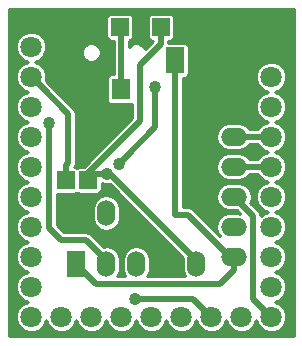
<source format=gbr>
G04 #@! TF.FileFunction,Copper,L2,Bot,Signal*
%FSLAX46Y46*%
G04 Gerber Fmt 4.6, Leading zero omitted, Abs format (unit mm)*
G04 Created by KiCad (PCBNEW 0.201512051503+6347~38~ubuntu14.04.1-stable) date Sun 13 Dec 2015 13:51:11 CET*
%MOMM*%
G01*
G04 APERTURE LIST*
%ADD10C,0.100000*%
%ADD11R,1.600200X1.803400*%
%ADD12R,1.524000X2.199640*%
%ADD13O,1.524000X2.199640*%
%ADD14R,2.199640X1.524000*%
%ADD15O,2.199640X1.524000*%
%ADD16R,1.501140X1.501140*%
%ADD17R,1.498600X1.498600*%
%ADD18C,1.800000*%
%ADD19C,1.035000*%
%ADD20C,0.508000*%
%ADD21C,0.254000*%
G04 APERTURE END LIST*
D10*
D11*
X146050000Y-96266000D03*
X143256000Y-96266000D03*
D12*
X142240000Y-106807000D03*
D13*
X144780000Y-106807000D03*
D14*
X155575000Y-97790000D03*
D15*
X155575000Y-100330000D03*
X155575000Y-102870000D03*
X155575000Y-105410000D03*
X155575000Y-107950000D03*
X155575000Y-110490000D03*
D16*
X143256000Y-104013000D03*
D12*
X150622000Y-93853000D03*
D13*
X153162000Y-93853000D03*
D12*
X142240000Y-111125000D03*
D13*
X144780000Y-111125000D03*
X147320000Y-111125000D03*
X149860000Y-111125000D03*
X152400000Y-111125000D03*
D16*
X141351000Y-104013000D03*
D17*
X145923000Y-91059000D03*
X149418040Y-91059000D03*
D18*
X138430000Y-92710000D03*
X138430000Y-95250000D03*
X138430000Y-97790000D03*
X138430000Y-100330000D03*
X138430000Y-102870000D03*
X138430000Y-105410000D03*
X138430000Y-107950000D03*
X138430000Y-110490000D03*
X138430000Y-113030000D03*
X138430000Y-115570000D03*
X140970000Y-115570000D03*
X143510000Y-115570000D03*
X146050000Y-115570000D03*
X148590000Y-115570000D03*
X151130000Y-115570000D03*
X153670000Y-115570000D03*
X156210000Y-115570000D03*
X158750000Y-113030000D03*
X158750000Y-110490000D03*
X158750000Y-107950000D03*
X158750000Y-105410000D03*
X158750000Y-102870000D03*
X158750000Y-100330000D03*
X158750000Y-97790000D03*
X158750000Y-95250000D03*
X158750000Y-115570000D03*
X158750000Y-92710000D03*
D19*
X145162596Y-98123505D03*
X143721268Y-100358908D03*
X141097000Y-93218000D03*
X144877773Y-103470781D03*
X139956179Y-99146636D03*
X147193000Y-114046000D03*
X145836146Y-102608765D03*
X148920002Y-96116302D03*
D20*
X155575000Y-100330000D02*
X158750000Y-100330000D01*
X155575000Y-102870000D02*
X158750000Y-102870000D01*
X155575000Y-105410000D02*
X157233800Y-107068800D01*
X157233800Y-107068800D02*
X157233800Y-114053800D01*
X157233800Y-114053800D02*
X158750000Y-115570000D01*
X143175075Y-96116476D02*
X143175075Y-94996974D01*
X143175075Y-94996974D02*
X141396101Y-93218000D01*
X141396101Y-93218000D02*
X141097000Y-93218000D01*
X150622000Y-93853000D02*
X150622000Y-106934000D01*
X150622000Y-106934000D02*
X151681180Y-106934000D01*
X151681180Y-106934000D02*
X155237180Y-110490000D01*
X155237180Y-110490000D02*
X155575000Y-110490000D01*
X155575000Y-111125100D02*
X155575000Y-111611702D01*
X155575000Y-111611702D02*
X154421802Y-112764900D01*
X154421802Y-112764900D02*
X143879900Y-112764900D01*
X143879900Y-112764900D02*
X142240000Y-111125000D01*
X155575000Y-110490000D02*
X155575000Y-111125100D01*
X149418040Y-91059000D02*
X149418040Y-92446757D01*
X143256000Y-103383500D02*
X143343281Y-103470781D01*
X147629264Y-94235533D02*
X147629264Y-99010236D01*
X144145918Y-103470781D02*
X144877773Y-103470781D01*
X152400000Y-111125000D02*
X152400000Y-110787180D01*
X149418040Y-92446757D02*
X147629264Y-94235533D01*
X145083601Y-103470781D02*
X144877773Y-103470781D01*
X152400000Y-110787180D02*
X145083601Y-103470781D01*
X143343281Y-103470781D02*
X144145918Y-103470781D01*
X147629264Y-99010236D02*
X143256000Y-103383500D01*
X143256000Y-104013000D02*
X143256000Y-103383500D01*
X143029663Y-109036843D02*
X140913843Y-109036843D01*
X144780000Y-110787180D02*
X143029663Y-109036843D01*
X140913843Y-109036843D02*
X139956179Y-108079179D01*
X144780000Y-111125000D02*
X144780000Y-110787180D01*
X139956179Y-108079179D02*
X139956179Y-99878491D01*
X139956179Y-99878491D02*
X139956179Y-99146636D01*
X147193000Y-114046000D02*
X152146000Y-114046000D01*
X152146000Y-114046000D02*
X153670000Y-115570000D01*
X146353645Y-102091266D02*
X145836146Y-102608765D01*
X148920002Y-96116302D02*
X148920002Y-99524909D01*
X148920002Y-99524909D02*
X146353645Y-102091266D01*
X141351000Y-104013000D02*
X141351000Y-102754430D01*
X141351000Y-102754430D02*
X141560813Y-102544617D01*
X141560813Y-98380813D02*
X139329999Y-96149999D01*
X139329999Y-96149999D02*
X138430000Y-95250000D01*
X141560813Y-102544617D02*
X141560813Y-98380813D01*
X146050000Y-96266000D02*
X146050000Y-91186000D01*
X146050000Y-91186000D02*
X145923000Y-91059000D01*
D21*
G36*
X160655000Y-117221000D02*
X136525000Y-117221000D01*
X136525000Y-92963689D01*
X137148778Y-92963689D01*
X137343388Y-93434680D01*
X137703425Y-93795345D01*
X138148636Y-93980213D01*
X137705320Y-94163388D01*
X137344655Y-94523425D01*
X137149223Y-94994076D01*
X137148778Y-95503689D01*
X137343388Y-95974680D01*
X137703425Y-96335345D01*
X138148636Y-96520213D01*
X137705320Y-96703388D01*
X137344655Y-97063425D01*
X137149223Y-97534076D01*
X137148778Y-98043689D01*
X137343388Y-98514680D01*
X137703425Y-98875345D01*
X138148636Y-99060213D01*
X137705320Y-99243388D01*
X137344655Y-99603425D01*
X137149223Y-100074076D01*
X137148778Y-100583689D01*
X137343388Y-101054680D01*
X137703425Y-101415345D01*
X138148636Y-101600213D01*
X137705320Y-101783388D01*
X137344655Y-102143425D01*
X137149223Y-102614076D01*
X137148778Y-103123689D01*
X137343388Y-103594680D01*
X137703425Y-103955345D01*
X138148636Y-104140213D01*
X137705320Y-104323388D01*
X137344655Y-104683425D01*
X137149223Y-105154076D01*
X137148778Y-105663689D01*
X137343388Y-106134680D01*
X137703425Y-106495345D01*
X138148636Y-106680213D01*
X137705320Y-106863388D01*
X137344655Y-107223425D01*
X137149223Y-107694076D01*
X137148778Y-108203689D01*
X137343388Y-108674680D01*
X137703425Y-109035345D01*
X138148636Y-109220213D01*
X137705320Y-109403388D01*
X137344655Y-109763425D01*
X137149223Y-110234076D01*
X137148778Y-110743689D01*
X137343388Y-111214680D01*
X137703425Y-111575345D01*
X138148636Y-111760213D01*
X137705320Y-111943388D01*
X137344655Y-112303425D01*
X137149223Y-112774076D01*
X137148778Y-113283689D01*
X137343388Y-113754680D01*
X137703425Y-114115345D01*
X138148636Y-114300213D01*
X137705320Y-114483388D01*
X137344655Y-114843425D01*
X137149223Y-115314076D01*
X137148778Y-115823689D01*
X137343388Y-116294680D01*
X137703425Y-116655345D01*
X138174076Y-116850777D01*
X138683689Y-116851222D01*
X139154680Y-116656612D01*
X139515345Y-116296575D01*
X139700213Y-115851364D01*
X139883388Y-116294680D01*
X140243425Y-116655345D01*
X140714076Y-116850777D01*
X141223689Y-116851222D01*
X141694680Y-116656612D01*
X142055345Y-116296575D01*
X142240213Y-115851364D01*
X142423388Y-116294680D01*
X142783425Y-116655345D01*
X143254076Y-116850777D01*
X143763689Y-116851222D01*
X144234680Y-116656612D01*
X144595345Y-116296575D01*
X144780213Y-115851364D01*
X144963388Y-116294680D01*
X145323425Y-116655345D01*
X145794076Y-116850777D01*
X146303689Y-116851222D01*
X146774680Y-116656612D01*
X147135345Y-116296575D01*
X147320213Y-115851364D01*
X147503388Y-116294680D01*
X147863425Y-116655345D01*
X148334076Y-116850777D01*
X148843689Y-116851222D01*
X149314680Y-116656612D01*
X149675345Y-116296575D01*
X149860213Y-115851364D01*
X150043388Y-116294680D01*
X150403425Y-116655345D01*
X150874076Y-116850777D01*
X151383689Y-116851222D01*
X151854680Y-116656612D01*
X152215345Y-116296575D01*
X152400213Y-115851364D01*
X152583388Y-116294680D01*
X152943425Y-116655345D01*
X153414076Y-116850777D01*
X153923689Y-116851222D01*
X154394680Y-116656612D01*
X154755345Y-116296575D01*
X154940213Y-115851364D01*
X155123388Y-116294680D01*
X155483425Y-116655345D01*
X155954076Y-116850777D01*
X156463689Y-116851222D01*
X156934680Y-116656612D01*
X157295345Y-116296575D01*
X157480213Y-115851364D01*
X157663388Y-116294680D01*
X158023425Y-116655345D01*
X158494076Y-116850777D01*
X159003689Y-116851222D01*
X159474680Y-116656612D01*
X159835345Y-116296575D01*
X160030777Y-115825924D01*
X160031222Y-115316311D01*
X159836612Y-114845320D01*
X159476575Y-114484655D01*
X159031364Y-114299787D01*
X159474680Y-114116612D01*
X159835345Y-113756575D01*
X160030777Y-113285924D01*
X160031222Y-112776311D01*
X159836612Y-112305320D01*
X159476575Y-111944655D01*
X159031364Y-111759787D01*
X159474680Y-111576612D01*
X159835345Y-111216575D01*
X160030777Y-110745924D01*
X160031222Y-110236311D01*
X159836612Y-109765320D01*
X159476575Y-109404655D01*
X159031364Y-109219787D01*
X159474680Y-109036612D01*
X159835345Y-108676575D01*
X160030777Y-108205924D01*
X160031222Y-107696311D01*
X159836612Y-107225320D01*
X159476575Y-106864655D01*
X159031364Y-106679787D01*
X159474680Y-106496612D01*
X159835345Y-106136575D01*
X160030777Y-105665924D01*
X160031222Y-105156311D01*
X159836612Y-104685320D01*
X159476575Y-104324655D01*
X159031364Y-104139787D01*
X159474680Y-103956612D01*
X159835345Y-103596575D01*
X160030777Y-103125924D01*
X160031222Y-102616311D01*
X159836612Y-102145320D01*
X159476575Y-101784655D01*
X159031364Y-101599787D01*
X159474680Y-101416612D01*
X159835345Y-101056575D01*
X160030777Y-100585924D01*
X160031222Y-100076311D01*
X159836612Y-99605320D01*
X159476575Y-99244655D01*
X159031364Y-99059787D01*
X159474680Y-98876612D01*
X159835345Y-98516575D01*
X160030777Y-98045924D01*
X160031222Y-97536311D01*
X159836612Y-97065320D01*
X159476575Y-96704655D01*
X159031364Y-96519787D01*
X159474680Y-96336612D01*
X159835345Y-95976575D01*
X160030777Y-95505924D01*
X160031222Y-94996311D01*
X159836612Y-94525320D01*
X159476575Y-94164655D01*
X159005924Y-93969223D01*
X158496311Y-93968778D01*
X158025320Y-94163388D01*
X157664655Y-94523425D01*
X157469223Y-94994076D01*
X157468778Y-95503689D01*
X157663388Y-95974680D01*
X158023425Y-96335345D01*
X158468636Y-96520213D01*
X158025320Y-96703388D01*
X157664655Y-97063425D01*
X157469223Y-97534076D01*
X157468778Y-98043689D01*
X157663388Y-98514680D01*
X158023425Y-98875345D01*
X158468636Y-99060213D01*
X158025320Y-99243388D01*
X157664655Y-99603425D01*
X157626630Y-99695000D01*
X156865798Y-99695000D01*
X156750054Y-99521777D01*
X156379238Y-99274006D01*
X155941831Y-99187000D01*
X155208169Y-99187000D01*
X154770762Y-99274006D01*
X154399946Y-99521777D01*
X154152175Y-99892593D01*
X154065169Y-100330000D01*
X154152175Y-100767407D01*
X154399946Y-101138223D01*
X154770762Y-101385994D01*
X155208169Y-101473000D01*
X155941831Y-101473000D01*
X156379238Y-101385994D01*
X156750054Y-101138223D01*
X156865798Y-100965000D01*
X157626333Y-100965000D01*
X157663388Y-101054680D01*
X158023425Y-101415345D01*
X158468636Y-101600213D01*
X158025320Y-101783388D01*
X157664655Y-102143425D01*
X157626630Y-102235000D01*
X156865798Y-102235000D01*
X156750054Y-102061777D01*
X156379238Y-101814006D01*
X155941831Y-101727000D01*
X155208169Y-101727000D01*
X154770762Y-101814006D01*
X154399946Y-102061777D01*
X154152175Y-102432593D01*
X154065169Y-102870000D01*
X154152175Y-103307407D01*
X154399946Y-103678223D01*
X154770762Y-103925994D01*
X155208169Y-104013000D01*
X155941831Y-104013000D01*
X156379238Y-103925994D01*
X156750054Y-103678223D01*
X156865798Y-103505000D01*
X157626333Y-103505000D01*
X157663388Y-103594680D01*
X158023425Y-103955345D01*
X158468636Y-104140213D01*
X158025320Y-104323388D01*
X157664655Y-104683425D01*
X157469223Y-105154076D01*
X157468778Y-105663689D01*
X157663388Y-106134680D01*
X158023425Y-106495345D01*
X158468636Y-106680213D01*
X158025320Y-106863388D01*
X157860641Y-107027780D01*
X157834032Y-106894006D01*
X157820464Y-106825795D01*
X157715845Y-106669223D01*
X157682813Y-106619787D01*
X157682810Y-106619785D01*
X156962820Y-105899795D01*
X156997825Y-105847407D01*
X157084831Y-105410000D01*
X156997825Y-104972593D01*
X156750054Y-104601777D01*
X156379238Y-104354006D01*
X155941831Y-104267000D01*
X155208169Y-104267000D01*
X154770762Y-104354006D01*
X154399946Y-104601777D01*
X154152175Y-104972593D01*
X154065169Y-105410000D01*
X154152175Y-105847407D01*
X154399946Y-106218223D01*
X154770762Y-106465994D01*
X155208169Y-106553000D01*
X155819974Y-106553000D01*
X156106786Y-106839812D01*
X155941831Y-106807000D01*
X155208169Y-106807000D01*
X154770762Y-106894006D01*
X154399946Y-107141777D01*
X154152175Y-107512593D01*
X154065169Y-107950000D01*
X154152175Y-108387407D01*
X154392932Y-108747726D01*
X152130193Y-106484987D01*
X151924184Y-106347336D01*
X151681180Y-106299000D01*
X151257000Y-106299000D01*
X151257000Y-95341284D01*
X151384000Y-95341284D01*
X151525190Y-95314717D01*
X151654865Y-95231274D01*
X151741859Y-95103954D01*
X151772464Y-94952820D01*
X151772464Y-92753180D01*
X151745897Y-92611990D01*
X151662454Y-92482315D01*
X151535134Y-92395321D01*
X151384000Y-92364716D01*
X150053040Y-92364716D01*
X150053040Y-92196764D01*
X150167340Y-92196764D01*
X150308530Y-92170197D01*
X150438205Y-92086754D01*
X150525199Y-91959434D01*
X150555804Y-91808300D01*
X150555804Y-90309700D01*
X150529237Y-90168510D01*
X150445794Y-90038835D01*
X150318474Y-89951841D01*
X150167340Y-89921236D01*
X148668740Y-89921236D01*
X148527550Y-89947803D01*
X148397875Y-90031246D01*
X148310881Y-90158566D01*
X148280276Y-90309700D01*
X148280276Y-91808300D01*
X148306843Y-91949490D01*
X148390286Y-92079165D01*
X148517606Y-92166159D01*
X148668740Y-92196764D01*
X148770007Y-92196764D01*
X148041775Y-92924996D01*
X147976371Y-92766707D01*
X147757207Y-92547160D01*
X147470708Y-92428195D01*
X147160493Y-92427925D01*
X146873787Y-92546389D01*
X146685000Y-92734847D01*
X146685000Y-92194374D01*
X146813490Y-92170197D01*
X146943165Y-92086754D01*
X147030159Y-91959434D01*
X147060764Y-91808300D01*
X147060764Y-90309700D01*
X147034197Y-90168510D01*
X146950754Y-90038835D01*
X146823434Y-89951841D01*
X146672300Y-89921236D01*
X145173700Y-89921236D01*
X145032510Y-89947803D01*
X144902835Y-90031246D01*
X144815841Y-90158566D01*
X144785236Y-90309700D01*
X144785236Y-91808300D01*
X144811803Y-91949490D01*
X144895246Y-92079165D01*
X145022566Y-92166159D01*
X145173700Y-92196764D01*
X145415000Y-92196764D01*
X145415000Y-94975836D01*
X145249900Y-94975836D01*
X145108710Y-95002403D01*
X144979035Y-95085846D01*
X144892041Y-95213166D01*
X144861436Y-95364300D01*
X144861436Y-97167700D01*
X144888003Y-97308890D01*
X144971446Y-97438565D01*
X145098766Y-97525559D01*
X145249900Y-97556164D01*
X146850100Y-97556164D01*
X146991290Y-97529597D01*
X146994264Y-97527683D01*
X146994264Y-98747210D01*
X142867508Y-102873966D01*
X142505430Y-102873966D01*
X142364240Y-102900533D01*
X142303756Y-102939453D01*
X142252704Y-102904571D01*
X142101570Y-102873966D01*
X142089783Y-102873966D01*
X142147477Y-102787622D01*
X142195813Y-102544617D01*
X142195813Y-98380813D01*
X142147477Y-98137809D01*
X142147477Y-98137808D01*
X142009826Y-97931800D01*
X139673565Y-95595539D01*
X139710777Y-95505924D01*
X139711222Y-94996311D01*
X139516612Y-94525320D01*
X139156575Y-94164655D01*
X138711364Y-93979787D01*
X139154680Y-93796612D01*
X139515345Y-93436575D01*
X139547255Y-93359727D01*
X142737705Y-93359727D01*
X142856169Y-93646433D01*
X143075333Y-93865980D01*
X143361832Y-93984945D01*
X143672047Y-93985215D01*
X143958753Y-93866751D01*
X144178300Y-93647587D01*
X144297265Y-93361088D01*
X144297535Y-93050873D01*
X144179071Y-92764167D01*
X143959907Y-92544620D01*
X143673408Y-92425655D01*
X143363193Y-92425385D01*
X143076487Y-92543849D01*
X142856940Y-92763013D01*
X142737975Y-93049512D01*
X142737705Y-93359727D01*
X139547255Y-93359727D01*
X139710777Y-92965924D01*
X139711222Y-92456311D01*
X139516612Y-91985320D01*
X139156575Y-91624655D01*
X138685924Y-91429223D01*
X138176311Y-91428778D01*
X137705320Y-91623388D01*
X137344655Y-91983425D01*
X137149223Y-92454076D01*
X137148778Y-92963689D01*
X136525000Y-92963689D01*
X136525000Y-89535000D01*
X160655000Y-89535000D01*
X160655000Y-117221000D01*
X160655000Y-117221000D01*
G37*
X160655000Y-117221000D02*
X136525000Y-117221000D01*
X136525000Y-92963689D01*
X137148778Y-92963689D01*
X137343388Y-93434680D01*
X137703425Y-93795345D01*
X138148636Y-93980213D01*
X137705320Y-94163388D01*
X137344655Y-94523425D01*
X137149223Y-94994076D01*
X137148778Y-95503689D01*
X137343388Y-95974680D01*
X137703425Y-96335345D01*
X138148636Y-96520213D01*
X137705320Y-96703388D01*
X137344655Y-97063425D01*
X137149223Y-97534076D01*
X137148778Y-98043689D01*
X137343388Y-98514680D01*
X137703425Y-98875345D01*
X138148636Y-99060213D01*
X137705320Y-99243388D01*
X137344655Y-99603425D01*
X137149223Y-100074076D01*
X137148778Y-100583689D01*
X137343388Y-101054680D01*
X137703425Y-101415345D01*
X138148636Y-101600213D01*
X137705320Y-101783388D01*
X137344655Y-102143425D01*
X137149223Y-102614076D01*
X137148778Y-103123689D01*
X137343388Y-103594680D01*
X137703425Y-103955345D01*
X138148636Y-104140213D01*
X137705320Y-104323388D01*
X137344655Y-104683425D01*
X137149223Y-105154076D01*
X137148778Y-105663689D01*
X137343388Y-106134680D01*
X137703425Y-106495345D01*
X138148636Y-106680213D01*
X137705320Y-106863388D01*
X137344655Y-107223425D01*
X137149223Y-107694076D01*
X137148778Y-108203689D01*
X137343388Y-108674680D01*
X137703425Y-109035345D01*
X138148636Y-109220213D01*
X137705320Y-109403388D01*
X137344655Y-109763425D01*
X137149223Y-110234076D01*
X137148778Y-110743689D01*
X137343388Y-111214680D01*
X137703425Y-111575345D01*
X138148636Y-111760213D01*
X137705320Y-111943388D01*
X137344655Y-112303425D01*
X137149223Y-112774076D01*
X137148778Y-113283689D01*
X137343388Y-113754680D01*
X137703425Y-114115345D01*
X138148636Y-114300213D01*
X137705320Y-114483388D01*
X137344655Y-114843425D01*
X137149223Y-115314076D01*
X137148778Y-115823689D01*
X137343388Y-116294680D01*
X137703425Y-116655345D01*
X138174076Y-116850777D01*
X138683689Y-116851222D01*
X139154680Y-116656612D01*
X139515345Y-116296575D01*
X139700213Y-115851364D01*
X139883388Y-116294680D01*
X140243425Y-116655345D01*
X140714076Y-116850777D01*
X141223689Y-116851222D01*
X141694680Y-116656612D01*
X142055345Y-116296575D01*
X142240213Y-115851364D01*
X142423388Y-116294680D01*
X142783425Y-116655345D01*
X143254076Y-116850777D01*
X143763689Y-116851222D01*
X144234680Y-116656612D01*
X144595345Y-116296575D01*
X144780213Y-115851364D01*
X144963388Y-116294680D01*
X145323425Y-116655345D01*
X145794076Y-116850777D01*
X146303689Y-116851222D01*
X146774680Y-116656612D01*
X147135345Y-116296575D01*
X147320213Y-115851364D01*
X147503388Y-116294680D01*
X147863425Y-116655345D01*
X148334076Y-116850777D01*
X148843689Y-116851222D01*
X149314680Y-116656612D01*
X149675345Y-116296575D01*
X149860213Y-115851364D01*
X150043388Y-116294680D01*
X150403425Y-116655345D01*
X150874076Y-116850777D01*
X151383689Y-116851222D01*
X151854680Y-116656612D01*
X152215345Y-116296575D01*
X152400213Y-115851364D01*
X152583388Y-116294680D01*
X152943425Y-116655345D01*
X153414076Y-116850777D01*
X153923689Y-116851222D01*
X154394680Y-116656612D01*
X154755345Y-116296575D01*
X154940213Y-115851364D01*
X155123388Y-116294680D01*
X155483425Y-116655345D01*
X155954076Y-116850777D01*
X156463689Y-116851222D01*
X156934680Y-116656612D01*
X157295345Y-116296575D01*
X157480213Y-115851364D01*
X157663388Y-116294680D01*
X158023425Y-116655345D01*
X158494076Y-116850777D01*
X159003689Y-116851222D01*
X159474680Y-116656612D01*
X159835345Y-116296575D01*
X160030777Y-115825924D01*
X160031222Y-115316311D01*
X159836612Y-114845320D01*
X159476575Y-114484655D01*
X159031364Y-114299787D01*
X159474680Y-114116612D01*
X159835345Y-113756575D01*
X160030777Y-113285924D01*
X160031222Y-112776311D01*
X159836612Y-112305320D01*
X159476575Y-111944655D01*
X159031364Y-111759787D01*
X159474680Y-111576612D01*
X159835345Y-111216575D01*
X160030777Y-110745924D01*
X160031222Y-110236311D01*
X159836612Y-109765320D01*
X159476575Y-109404655D01*
X159031364Y-109219787D01*
X159474680Y-109036612D01*
X159835345Y-108676575D01*
X160030777Y-108205924D01*
X160031222Y-107696311D01*
X159836612Y-107225320D01*
X159476575Y-106864655D01*
X159031364Y-106679787D01*
X159474680Y-106496612D01*
X159835345Y-106136575D01*
X160030777Y-105665924D01*
X160031222Y-105156311D01*
X159836612Y-104685320D01*
X159476575Y-104324655D01*
X159031364Y-104139787D01*
X159474680Y-103956612D01*
X159835345Y-103596575D01*
X160030777Y-103125924D01*
X160031222Y-102616311D01*
X159836612Y-102145320D01*
X159476575Y-101784655D01*
X159031364Y-101599787D01*
X159474680Y-101416612D01*
X159835345Y-101056575D01*
X160030777Y-100585924D01*
X160031222Y-100076311D01*
X159836612Y-99605320D01*
X159476575Y-99244655D01*
X159031364Y-99059787D01*
X159474680Y-98876612D01*
X159835345Y-98516575D01*
X160030777Y-98045924D01*
X160031222Y-97536311D01*
X159836612Y-97065320D01*
X159476575Y-96704655D01*
X159031364Y-96519787D01*
X159474680Y-96336612D01*
X159835345Y-95976575D01*
X160030777Y-95505924D01*
X160031222Y-94996311D01*
X159836612Y-94525320D01*
X159476575Y-94164655D01*
X159005924Y-93969223D01*
X158496311Y-93968778D01*
X158025320Y-94163388D01*
X157664655Y-94523425D01*
X157469223Y-94994076D01*
X157468778Y-95503689D01*
X157663388Y-95974680D01*
X158023425Y-96335345D01*
X158468636Y-96520213D01*
X158025320Y-96703388D01*
X157664655Y-97063425D01*
X157469223Y-97534076D01*
X157468778Y-98043689D01*
X157663388Y-98514680D01*
X158023425Y-98875345D01*
X158468636Y-99060213D01*
X158025320Y-99243388D01*
X157664655Y-99603425D01*
X157626630Y-99695000D01*
X156865798Y-99695000D01*
X156750054Y-99521777D01*
X156379238Y-99274006D01*
X155941831Y-99187000D01*
X155208169Y-99187000D01*
X154770762Y-99274006D01*
X154399946Y-99521777D01*
X154152175Y-99892593D01*
X154065169Y-100330000D01*
X154152175Y-100767407D01*
X154399946Y-101138223D01*
X154770762Y-101385994D01*
X155208169Y-101473000D01*
X155941831Y-101473000D01*
X156379238Y-101385994D01*
X156750054Y-101138223D01*
X156865798Y-100965000D01*
X157626333Y-100965000D01*
X157663388Y-101054680D01*
X158023425Y-101415345D01*
X158468636Y-101600213D01*
X158025320Y-101783388D01*
X157664655Y-102143425D01*
X157626630Y-102235000D01*
X156865798Y-102235000D01*
X156750054Y-102061777D01*
X156379238Y-101814006D01*
X155941831Y-101727000D01*
X155208169Y-101727000D01*
X154770762Y-101814006D01*
X154399946Y-102061777D01*
X154152175Y-102432593D01*
X154065169Y-102870000D01*
X154152175Y-103307407D01*
X154399946Y-103678223D01*
X154770762Y-103925994D01*
X155208169Y-104013000D01*
X155941831Y-104013000D01*
X156379238Y-103925994D01*
X156750054Y-103678223D01*
X156865798Y-103505000D01*
X157626333Y-103505000D01*
X157663388Y-103594680D01*
X158023425Y-103955345D01*
X158468636Y-104140213D01*
X158025320Y-104323388D01*
X157664655Y-104683425D01*
X157469223Y-105154076D01*
X157468778Y-105663689D01*
X157663388Y-106134680D01*
X158023425Y-106495345D01*
X158468636Y-106680213D01*
X158025320Y-106863388D01*
X157860641Y-107027780D01*
X157834032Y-106894006D01*
X157820464Y-106825795D01*
X157715845Y-106669223D01*
X157682813Y-106619787D01*
X157682810Y-106619785D01*
X156962820Y-105899795D01*
X156997825Y-105847407D01*
X157084831Y-105410000D01*
X156997825Y-104972593D01*
X156750054Y-104601777D01*
X156379238Y-104354006D01*
X155941831Y-104267000D01*
X155208169Y-104267000D01*
X154770762Y-104354006D01*
X154399946Y-104601777D01*
X154152175Y-104972593D01*
X154065169Y-105410000D01*
X154152175Y-105847407D01*
X154399946Y-106218223D01*
X154770762Y-106465994D01*
X155208169Y-106553000D01*
X155819974Y-106553000D01*
X156106786Y-106839812D01*
X155941831Y-106807000D01*
X155208169Y-106807000D01*
X154770762Y-106894006D01*
X154399946Y-107141777D01*
X154152175Y-107512593D01*
X154065169Y-107950000D01*
X154152175Y-108387407D01*
X154392932Y-108747726D01*
X152130193Y-106484987D01*
X151924184Y-106347336D01*
X151681180Y-106299000D01*
X151257000Y-106299000D01*
X151257000Y-95341284D01*
X151384000Y-95341284D01*
X151525190Y-95314717D01*
X151654865Y-95231274D01*
X151741859Y-95103954D01*
X151772464Y-94952820D01*
X151772464Y-92753180D01*
X151745897Y-92611990D01*
X151662454Y-92482315D01*
X151535134Y-92395321D01*
X151384000Y-92364716D01*
X150053040Y-92364716D01*
X150053040Y-92196764D01*
X150167340Y-92196764D01*
X150308530Y-92170197D01*
X150438205Y-92086754D01*
X150525199Y-91959434D01*
X150555804Y-91808300D01*
X150555804Y-90309700D01*
X150529237Y-90168510D01*
X150445794Y-90038835D01*
X150318474Y-89951841D01*
X150167340Y-89921236D01*
X148668740Y-89921236D01*
X148527550Y-89947803D01*
X148397875Y-90031246D01*
X148310881Y-90158566D01*
X148280276Y-90309700D01*
X148280276Y-91808300D01*
X148306843Y-91949490D01*
X148390286Y-92079165D01*
X148517606Y-92166159D01*
X148668740Y-92196764D01*
X148770007Y-92196764D01*
X148041775Y-92924996D01*
X147976371Y-92766707D01*
X147757207Y-92547160D01*
X147470708Y-92428195D01*
X147160493Y-92427925D01*
X146873787Y-92546389D01*
X146685000Y-92734847D01*
X146685000Y-92194374D01*
X146813490Y-92170197D01*
X146943165Y-92086754D01*
X147030159Y-91959434D01*
X147060764Y-91808300D01*
X147060764Y-90309700D01*
X147034197Y-90168510D01*
X146950754Y-90038835D01*
X146823434Y-89951841D01*
X146672300Y-89921236D01*
X145173700Y-89921236D01*
X145032510Y-89947803D01*
X144902835Y-90031246D01*
X144815841Y-90158566D01*
X144785236Y-90309700D01*
X144785236Y-91808300D01*
X144811803Y-91949490D01*
X144895246Y-92079165D01*
X145022566Y-92166159D01*
X145173700Y-92196764D01*
X145415000Y-92196764D01*
X145415000Y-94975836D01*
X145249900Y-94975836D01*
X145108710Y-95002403D01*
X144979035Y-95085846D01*
X144892041Y-95213166D01*
X144861436Y-95364300D01*
X144861436Y-97167700D01*
X144888003Y-97308890D01*
X144971446Y-97438565D01*
X145098766Y-97525559D01*
X145249900Y-97556164D01*
X146850100Y-97556164D01*
X146991290Y-97529597D01*
X146994264Y-97527683D01*
X146994264Y-98747210D01*
X142867508Y-102873966D01*
X142505430Y-102873966D01*
X142364240Y-102900533D01*
X142303756Y-102939453D01*
X142252704Y-102904571D01*
X142101570Y-102873966D01*
X142089783Y-102873966D01*
X142147477Y-102787622D01*
X142195813Y-102544617D01*
X142195813Y-98380813D01*
X142147477Y-98137809D01*
X142147477Y-98137808D01*
X142009826Y-97931800D01*
X139673565Y-95595539D01*
X139710777Y-95505924D01*
X139711222Y-94996311D01*
X139516612Y-94525320D01*
X139156575Y-94164655D01*
X138711364Y-93979787D01*
X139154680Y-93796612D01*
X139515345Y-93436575D01*
X139547255Y-93359727D01*
X142737705Y-93359727D01*
X142856169Y-93646433D01*
X143075333Y-93865980D01*
X143361832Y-93984945D01*
X143672047Y-93985215D01*
X143958753Y-93866751D01*
X144178300Y-93647587D01*
X144297265Y-93361088D01*
X144297535Y-93050873D01*
X144179071Y-92764167D01*
X143959907Y-92544620D01*
X143673408Y-92425655D01*
X143363193Y-92425385D01*
X143076487Y-92543849D01*
X142856940Y-92763013D01*
X142737975Y-93049512D01*
X142737705Y-93359727D01*
X139547255Y-93359727D01*
X139710777Y-92965924D01*
X139711222Y-92456311D01*
X139516612Y-91985320D01*
X139156575Y-91624655D01*
X138685924Y-91429223D01*
X138176311Y-91428778D01*
X137705320Y-91623388D01*
X137344655Y-91983425D01*
X137149223Y-92454076D01*
X137148778Y-92963689D01*
X136525000Y-92963689D01*
X136525000Y-89535000D01*
X160655000Y-89535000D01*
X160655000Y-117221000D01*
G36*
X144698266Y-104369125D02*
X145055712Y-104369437D01*
X145075893Y-104361099D01*
X151292831Y-110578037D01*
X151257000Y-110758169D01*
X151257000Y-111491831D01*
X151344006Y-111929238D01*
X151478084Y-112129900D01*
X148241916Y-112129900D01*
X148375994Y-111929238D01*
X148463000Y-111491831D01*
X148463000Y-110758169D01*
X148375994Y-110320762D01*
X148128223Y-109949946D01*
X147757407Y-109702175D01*
X147320000Y-109615169D01*
X146882593Y-109702175D01*
X146511777Y-109949946D01*
X146264006Y-110320762D01*
X146177000Y-110758169D01*
X146177000Y-111491831D01*
X146264006Y-111929238D01*
X146398084Y-112129900D01*
X145701916Y-112129900D01*
X145835994Y-111929238D01*
X145923000Y-111491831D01*
X145923000Y-110758169D01*
X145835994Y-110320762D01*
X145588223Y-109949946D01*
X145217407Y-109702175D01*
X144780000Y-109615169D01*
X144551472Y-109660626D01*
X143478676Y-108587830D01*
X143272667Y-108450179D01*
X143029663Y-108401843D01*
X141176869Y-108401843D01*
X140591179Y-107816153D01*
X140591179Y-106440169D01*
X143637000Y-106440169D01*
X143637000Y-107173831D01*
X143724006Y-107611238D01*
X143971777Y-107982054D01*
X144342593Y-108229825D01*
X144780000Y-108316831D01*
X145217407Y-108229825D01*
X145588223Y-107982054D01*
X145835994Y-107611238D01*
X145923000Y-107173831D01*
X145923000Y-106440169D01*
X145835994Y-106002762D01*
X145588223Y-105631946D01*
X145217407Y-105384175D01*
X144780000Y-105297169D01*
X144342593Y-105384175D01*
X143971777Y-105631946D01*
X143724006Y-106002762D01*
X143637000Y-106440169D01*
X140591179Y-106440169D01*
X140591179Y-105150161D01*
X140600430Y-105152034D01*
X142101570Y-105152034D01*
X142242760Y-105125467D01*
X142303244Y-105086547D01*
X142354296Y-105121429D01*
X142505430Y-105152034D01*
X144006570Y-105152034D01*
X144147760Y-105125467D01*
X144277435Y-105042024D01*
X144364429Y-104914704D01*
X144395034Y-104763570D01*
X144395034Y-104243212D01*
X144698266Y-104369125D01*
X144698266Y-104369125D01*
G37*
X144698266Y-104369125D02*
X145055712Y-104369437D01*
X145075893Y-104361099D01*
X151292831Y-110578037D01*
X151257000Y-110758169D01*
X151257000Y-111491831D01*
X151344006Y-111929238D01*
X151478084Y-112129900D01*
X148241916Y-112129900D01*
X148375994Y-111929238D01*
X148463000Y-111491831D01*
X148463000Y-110758169D01*
X148375994Y-110320762D01*
X148128223Y-109949946D01*
X147757407Y-109702175D01*
X147320000Y-109615169D01*
X146882593Y-109702175D01*
X146511777Y-109949946D01*
X146264006Y-110320762D01*
X146177000Y-110758169D01*
X146177000Y-111491831D01*
X146264006Y-111929238D01*
X146398084Y-112129900D01*
X145701916Y-112129900D01*
X145835994Y-111929238D01*
X145923000Y-111491831D01*
X145923000Y-110758169D01*
X145835994Y-110320762D01*
X145588223Y-109949946D01*
X145217407Y-109702175D01*
X144780000Y-109615169D01*
X144551472Y-109660626D01*
X143478676Y-108587830D01*
X143272667Y-108450179D01*
X143029663Y-108401843D01*
X141176869Y-108401843D01*
X140591179Y-107816153D01*
X140591179Y-106440169D01*
X143637000Y-106440169D01*
X143637000Y-107173831D01*
X143724006Y-107611238D01*
X143971777Y-107982054D01*
X144342593Y-108229825D01*
X144780000Y-108316831D01*
X145217407Y-108229825D01*
X145588223Y-107982054D01*
X145835994Y-107611238D01*
X145923000Y-107173831D01*
X145923000Y-106440169D01*
X145835994Y-106002762D01*
X145588223Y-105631946D01*
X145217407Y-105384175D01*
X144780000Y-105297169D01*
X144342593Y-105384175D01*
X143971777Y-105631946D01*
X143724006Y-106002762D01*
X143637000Y-106440169D01*
X140591179Y-106440169D01*
X140591179Y-105150161D01*
X140600430Y-105152034D01*
X142101570Y-105152034D01*
X142242760Y-105125467D01*
X142303244Y-105086547D01*
X142354296Y-105121429D01*
X142505430Y-105152034D01*
X144006570Y-105152034D01*
X144147760Y-105125467D01*
X144277435Y-105042024D01*
X144364429Y-104914704D01*
X144395034Y-104763570D01*
X144395034Y-104243212D01*
X144698266Y-104369125D01*
M02*

</source>
